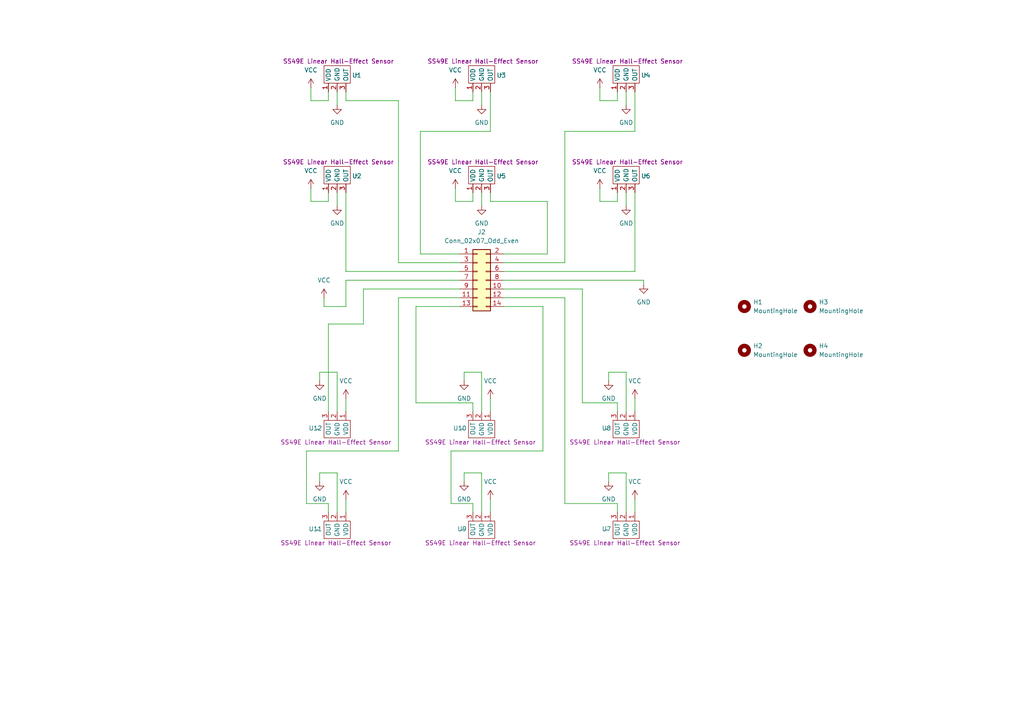
<source format=kicad_sch>
(kicad_sch (version 20250114) (generator "eeschema") (generator_version "9.0")
  (paper "A4")
  (lib_symbols
    (symbol "Connector_Generic:Conn_02x07_Odd_Even" (pin_names (offset 1.016) (hide yes))
      (property "Reference" "J" (at 1.27 10.16 0))
      (property "Value" "Conn_02x07_Odd_Even" (at 1.27 -10.16 0))
      (symbol "Conn_02x07_Odd_Even_1_1"
        (rectangle (start -1.27 8.89) (end 3.81 -8.89) (stroke (width 0.254)) (fill (type background)))
        (rectangle (start -1.27 7.747) (end 0 7.493) (stroke (width 0.1524)))
        (rectangle (start -1.27 5.207) (end 0 4.953) (stroke (width 0.1524)))
        (rectangle (start -1.27 2.667) (end 0 2.413) (stroke (width 0.1524)))
        (rectangle (start -1.27 0.127) (end 0 -0.127) (stroke (width 0.1524)))
        (rectangle (start -1.27 -2.413) (end 0 -2.667) (stroke (width 0.1524)))
        (rectangle (start -1.27 -4.953) (end 0 -5.207) (stroke (width 0.1524)))
        (rectangle (start -1.27 -7.493) (end 0 -7.747) (stroke (width 0.1524)))
        (rectangle (start 3.81 7.747) (end 2.54 7.493) (stroke (width 0.1524)))
        (rectangle (start 3.81 5.207) (end 2.54 4.953) (stroke (width 0.1524)))
        (rectangle (start 3.81 2.667) (end 2.54 2.413) (stroke (width 0.1524)))
        (rectangle (start 3.81 0.127) (end 2.54 -0.127) (stroke (width 0.1524)))
        (rectangle (start 3.81 -2.413) (end 2.54 -2.667) (stroke (width 0.1524)))
        (rectangle (start 3.81 -4.953) (end 2.54 -5.207) (stroke (width 0.1524)))
        (rectangle (start 3.81 -7.493) (end 2.54 -7.747) (stroke (width 0.1524)))
        (pin passive line (at -5.08 7.62 0) (length 3.81) (name "Pin_1") (number "1"))
        (pin passive line (at -5.08 5.08 0) (length 3.81) (name "Pin_3") (number "3"))
        (pin passive line (at -5.08 2.54 0) (length 3.81) (name "Pin_5") (number "5"))
        (pin passive line (at -5.08 0 0) (length 3.81) (name "Pin_7") (number "7"))
        (pin passive line (at -5.08 -2.54 0) (length 3.81) (name "Pin_9") (number "9"))
        (pin passive line (at -5.08 -5.08 0) (length 3.81) (name "Pin_11") (number "11"))
        (pin passive line (at -5.08 -7.62 0) (length 3.81) (name "Pin_13") (number "13"))
        (pin passive line (at 7.62 7.62 180) (length 3.81) (name "Pin_2") (number "2"))
        (pin passive line (at 7.62 5.08 180) (length 3.81) (name "Pin_4") (number "4"))
        (pin passive line (at 7.62 2.54 180) (length 3.81) (name "Pin_6") (number "6"))
        (pin passive line (at 7.62 0 180) (length 3.81) (name "Pin_8") (number "8"))
        (pin passive line (at 7.62 -2.54 180) (length 3.81) (name "Pin_10") (number "10"))
        (pin passive line (at 7.62 -5.08 180) (length 3.81) (name "Pin_12") (number "12"))
        (pin passive line (at 7.62 -7.62 180) (length 3.81) (name "Pin_14") (number "14"))
      )
    )
    (symbol "Logic Gate Symbols:Linear_Hall_Effect_Sensor"
      (property "Reference" "U" (at -5.842 -0.508 0))
      (property "Description" "SS49E Linear Hall-Effect Sensor" (at 0.254 3.556 0))
      (symbol "Linear_Hall_Effect_Sensor_0_1"
        (rectangle (start 3.81 -2.54) (end -3.81 2.54))
      )
      (symbol "Linear_Hall_Effect_Sensor_1_1"
        (pin input line (at -2.54 -5.08 90) (length 2.54) (name "VDD") (number "1"))
        (pin input line (at 0 -5.08 90) (length 2.54) (name "GND") (number "2"))
        (pin input line (at 2.54 -5.08 90) (length 2.54) (name "OUT") (number "3"))
      )
    )
    (symbol "Mechanical:MountingHole" (pin_names (offset 1.016)) (in_bom no)
      (property "Reference" "H" (at 0 5.08 0))
      (property "Value" "MountingHole" (at 0 3.175 0))
      (symbol "MountingHole_0_1"
        (circle (center 0 0) (radius 1.27) (stroke (width 1.27)))
      )
    )
    (symbol "power:GND" (power) (pin_numbers (hide yes)) (pin_names (offset 0) (hide yes))
      (property "Value" "GND" (at 0 -3.81 0))
      (symbol "GND_0_1"
        (polyline (pts (xy 0 0) (xy 0 -1.27) (xy 1.27 -1.27) (xy 0 -2.54) (xy -1.27 -1.27) (xy 0 -1.27)))
      )
      (symbol "GND_1_1"
        (pin power_in line (at 0 0 270) (length 0) (name "~") (number "1"))
      )
    )
    (symbol "power:VCC" (power) (pin_numbers (hide yes)) (pin_names (offset 0) (hide yes))
      (property "Value" "VCC" (at 0 3.556 0))
      (symbol "VCC_0_1"
        (polyline (pts (xy -0.762 1.27) (xy 0 2.54)))
        (polyline (pts (xy 0 2.54) (xy 0.762 1.27)))
        (polyline (pts (xy 0 0) (xy 0 2.54)))
      )
      (symbol "VCC_1_1"
        (pin power_in line (at 0 0 90) (length 0) (name "~") (number "1"))
      )
    )
  )
  (wire (pts (xy 92.71 107.95) (xy 97.79 107.95)))
  (wire (pts (xy 176.53 137.16) (xy 181.61 137.16)))
  (wire (pts (xy 157.48 130.81) (xy 130.81 130.81)))
  (wire (pts (xy 105.41 83.82) (xy 133.35 83.82)))
  (wire (pts (xy 132.08 54.61) (xy 132.08 58.42)))
  (wire (pts (xy 179.07 116.84) (xy 179.07 119.38)))
  (wire (pts (xy 157.48 130.81) (xy 157.48 88.9)))
  (wire (pts (xy 93.98 88.9) (xy 93.98 86.36)))
  (wire (pts (xy 181.61 137.16) (xy 181.61 148.59)))
  (wire (pts (xy 88.9 130.81) (xy 115.57 130.81)))
  (wire (pts (xy 132.08 25.4) (xy 132.08 29.21)))
  (wire (pts (xy 134.62 139.7) (xy 134.62 137.16)))
  (wire (pts (xy 181.61 107.95) (xy 181.61 119.38)))
  (wire (pts (xy 120.65 116.84) (xy 120.65 88.9)))
  (wire (pts (xy 179.07 29.21) (xy 179.07 26.67)))
  (wire (pts (xy 139.7 59.69) (xy 139.7 55.88)))
  (wire (pts (xy 163.83 76.2) (xy 146.05 76.2)))
  (wire (pts (xy 134.62 107.95) (xy 139.7 107.95)))
  (wire (pts (xy 173.99 54.61) (xy 173.99 58.42)))
  (wire (pts (xy 133.35 76.2) (xy 115.57 76.2)))
  (wire (pts (xy 88.9 146.05) (xy 95.25 146.05)))
  (wire (pts (xy 88.9 146.05) (xy 88.9 130.81)))
  (wire (pts (xy 132.08 58.42) (xy 137.16 58.42)))
  (wire (pts (xy 163.83 146.05) (xy 163.83 86.36)))
  (wire (pts (xy 184.15 55.88) (xy 184.15 78.74)))
  (wire (pts (xy 184.15 115.57) (xy 184.15 119.38)))
  (wire (pts (xy 130.81 130.81) (xy 130.81 146.05)))
  (wire (pts (xy 142.24 38.1) (xy 142.24 26.67)))
  (wire (pts (xy 142.24 115.57) (xy 142.24 119.38)))
  (wire (pts (xy 100.33 55.88) (xy 100.33 78.74)))
  (wire (pts (xy 134.62 110.49) (xy 134.62 107.95)))
  (wire (pts (xy 100.33 29.21) (xy 100.33 26.67)))
  (wire (pts (xy 184.15 26.67) (xy 184.15 38.1)))
  (wire (pts (xy 173.99 58.42) (xy 179.07 58.42)))
  (wire (pts (xy 173.99 29.21) (xy 179.07 29.21)))
  (wire (pts (xy 100.33 88.9) (xy 93.98 88.9)))
  (wire (pts (xy 142.24 144.78) (xy 142.24 148.59)))
  (wire (pts (xy 92.71 139.7) (xy 92.71 137.16)))
  (wire (pts (xy 97.79 30.48) (xy 97.79 26.67)))
  (wire (pts (xy 130.81 146.05) (xy 137.16 146.05)))
  (wire (pts (xy 186.69 81.28) (xy 146.05 81.28)))
  (wire (pts (xy 137.16 146.05) (xy 137.16 148.59)))
  (wire (pts (xy 95.25 93.98) (xy 105.41 93.98)))
  (wire (pts (xy 142.24 58.42) (xy 158.75 58.42)))
  (wire (pts (xy 168.91 83.82) (xy 146.05 83.82)))
  (wire (pts (xy 137.16 58.42) (xy 137.16 55.88)))
  (wire (pts (xy 137.16 29.21) (xy 137.16 26.67)))
  (wire (pts (xy 105.41 93.98) (xy 105.41 83.82)))
  (wire (pts (xy 163.83 86.36) (xy 146.05 86.36)))
  (wire (pts (xy 95.25 29.21) (xy 95.25 26.67)))
  (wire (pts (xy 121.92 73.66) (xy 121.92 38.1)))
  (wire (pts (xy 133.35 81.28) (xy 100.33 81.28)))
  (wire (pts (xy 100.33 144.78) (xy 100.33 148.59)))
  (wire (pts (xy 90.17 29.21) (xy 95.25 29.21)))
  (wire (pts (xy 97.79 137.16) (xy 97.79 148.59)))
  (wire (pts (xy 139.7 30.48) (xy 139.7 26.67)))
  (wire (pts (xy 121.92 38.1) (xy 142.24 38.1)))
  (wire (pts (xy 115.57 76.2) (xy 115.57 29.21)))
  (wire (pts (xy 90.17 58.42) (xy 95.25 58.42)))
  (wire (pts (xy 133.35 73.66) (xy 121.92 73.66)))
  (wire (pts (xy 137.16 116.84) (xy 120.65 116.84)))
  (wire (pts (xy 92.71 110.49) (xy 92.71 107.95)))
  (wire (pts (xy 92.71 137.16) (xy 97.79 137.16)))
  (wire (pts (xy 95.25 58.42) (xy 95.25 55.88)))
  (wire (pts (xy 95.25 146.05) (xy 95.25 148.59)))
  (wire (pts (xy 137.16 119.38) (xy 137.16 116.84)))
  (wire (pts (xy 90.17 54.61) (xy 90.17 58.42)))
  (wire (pts (xy 158.75 73.66) (xy 146.05 73.66)))
  (wire (pts (xy 184.15 144.78) (xy 184.15 148.59)))
  (wire (pts (xy 179.07 146.05) (xy 179.07 148.59)))
  (wire (pts (xy 157.48 88.9) (xy 146.05 88.9)))
  (wire (pts (xy 181.61 30.48) (xy 181.61 26.67)))
  (wire (pts (xy 179.07 58.42) (xy 179.07 55.88)))
  (wire (pts (xy 158.75 58.42) (xy 158.75 73.66)))
  (wire (pts (xy 115.57 86.36) (xy 133.35 86.36)))
  (wire (pts (xy 186.69 82.55) (xy 186.69 81.28)))
  (wire (pts (xy 100.33 115.57) (xy 100.33 119.38)))
  (wire (pts (xy 173.99 25.4) (xy 173.99 29.21)))
  (wire (pts (xy 181.61 59.69) (xy 181.61 55.88)))
  (wire (pts (xy 139.7 107.95) (xy 139.7 119.38)))
  (wire (pts (xy 176.53 107.95) (xy 181.61 107.95)))
  (wire (pts (xy 176.53 139.7) (xy 176.53 137.16)))
  (wire (pts (xy 184.15 78.74) (xy 146.05 78.74)))
  (wire (pts (xy 115.57 29.21) (xy 100.33 29.21)))
  (wire (pts (xy 176.53 110.49) (xy 176.53 107.95)))
  (wire (pts (xy 90.17 25.4) (xy 90.17 29.21)))
  (wire (pts (xy 120.65 88.9) (xy 133.35 88.9)))
  (wire (pts (xy 115.57 130.81) (xy 115.57 86.36)))
  (wire (pts (xy 142.24 55.88) (xy 142.24 58.42)))
  (wire (pts (xy 100.33 81.28) (xy 100.33 88.9)))
  (wire (pts (xy 163.83 146.05) (xy 179.07 146.05)))
  (wire (pts (xy 168.91 116.84) (xy 168.91 83.82)))
  (wire (pts (xy 100.33 78.74) (xy 133.35 78.74)))
  (wire (pts (xy 132.08 29.21) (xy 137.16 29.21)))
  (wire (pts (xy 184.15 38.1) (xy 163.83 38.1)))
  (wire (pts (xy 163.83 38.1) (xy 163.83 76.2)))
  (wire (pts (xy 139.7 137.16) (xy 139.7 148.59)))
  (wire (pts (xy 168.91 116.84) (xy 179.07 116.84)))
  (wire (pts (xy 134.62 137.16) (xy 139.7 137.16)))
  (wire (pts (xy 97.79 59.69) (xy 97.79 55.88)))
  (wire (pts (xy 95.25 119.38) (xy 95.25 93.98)))
  (wire (pts (xy 97.79 107.95) (xy 97.79 119.38)))
  (symbol (lib_id "Logic Gate Symbols:Linear_Hall_Effect_Sensor") (at 181.61 50.8 0) (unit 1)
    (property "Reference" "U6" (at 185.928 51.054 0) (effects (justify left)))
    (property "Value" "~" (at 186.69 50.8 0) (effects (justify left)))
    (property "Footprint" "Logic Board Footprints:Linear Hall Effect Sensor SS49E" (effects (hide yes)))
    (property "Datasheet" "https://uc91381c3f3129ba0fabff32497f.dl.dropboxusercontent.com/cd/0/inline2/Crkrt_J2gHvRIbNUkCCbrtviP03OYfy4hp6psAkjwI3ArpseT23NXvglgOoEGZsEzH91FuRDR7x_WUHC8IvfPOmqYlsIbF3VOsEMD4OB0wtLfV1F7Z-lUu8kXxdE4K6nT9B3j1FziYycLO8p3hnAFl5IpohnpRiInt945i-hl2UYBh_s7oENjeaKQ96_NJcrk2h7IVNQhXAlL3Pyt89lrlaBVRJh0pi2Xq1SOyxR0W9gfvvoVGF2LUlwEm34AgMHAUa0OTBB7NEouQbOfvYg-_M700AHgt3U13Jfahqq_kweS55q7CP_MQi5__Ie4yVHYNAqLx693DVcoYDF7EZLd9gO6MryuryBLPviIH80ee948A/file" (effects (hide yes)))
    (property "Description" "SS49E Linear Hall-Effect Sensor" (at 165.862 46.99 0) (effects (justify left)))
  )
  (symbol (lib_id "power:GND") (at 139.7 59.69 0) (unit 1)
    (property "Reference" "#PWR011" (effects (hide yes)))
    (property "Value" "GND" (at 139.7 64.77 0))
    (property "Description" "Power symbol creates a global label with name \"GND\" , ground" (effects (hide yes)))
  )
  (symbol (lib_id "power:GND") (at 186.69 82.55 0) (unit 1)
    (property "Reference" "#PWR013" (effects (hide yes)))
    (property "Value" "GND" (at 186.69 87.63 0))
    (property "Description" "Power symbol creates a global label with name \"GND\" , ground" (effects (hide yes)))
  )
  (symbol (lib_id "power:VCC") (at 142.24 144.78 0) (unit 1)
    (property "Reference" "#PWR024" (effects (hide yes)))
    (property "Value" "VCC" (at 142.24 139.7 0))
    (property "Description" "Power symbol creates a global label with name \"VCC\"" (effects (hide yes)))
  )
  (symbol (lib_id "power:GND") (at 92.71 139.7 0) (unit 1)
    (property "Reference" "#PWR025" (effects (hide yes)))
    (property "Value" "GND" (at 92.71 144.78 0))
    (property "Description" "Power symbol creates a global label with name \"GND\" , ground" (effects (hide yes)))
  )
  (symbol (lib_id "power:VCC") (at 90.17 25.4 0) (unit 1)
    (property "Reference" "#PWR01" (effects (hide yes)))
    (property "Value" "VCC" (at 90.17 20.32 0))
    (property "Description" "Power symbol creates a global label with name \"VCC\"" (effects (hide yes)))
  )
  (symbol (lib_id "Logic Gate Symbols:Linear_Hall_Effect_Sensor") (at 181.61 153.67 180) (unit 1)
    (property "Reference" "U7" (at 177.292 153.416 0) (effects (justify left)))
    (property "Value" "~" (at 176.53 153.67 0) (effects (justify left)))
    (property "Footprint" "Logic Board Footprints:Linear Hall Effect Sensor SS49E" (effects (hide yes)))
    (property "Datasheet" "https://uc91381c3f3129ba0fabff32497f.dl.dropboxusercontent.com/cd/0/inline2/Crkrt_J2gHvRIbNUkCCbrtviP03OYfy4hp6psAkjwI3ArpseT23NXvglgOoEGZsEzH91FuRDR7x_WUHC8IvfPOmqYlsIbF3VOsEMD4OB0wtLfV1F7Z-lUu8kXxdE4K6nT9B3j1FziYycLO8p3hnAFl5IpohnpRiInt945i-hl2UYBh_s7oENjeaKQ96_NJcrk2h7IVNQhXAlL3Pyt89lrlaBVRJh0pi2Xq1SOyxR0W9gfvvoVGF2LUlwEm34AgMHAUa0OTBB7NEouQbOfvYg-_M700AHgt3U13Jfahqq_kweS55q7CP_MQi5__Ie4yVHYNAqLx693DVcoYDF7EZLd9gO6MryuryBLPviIH80ee948A/file" (effects (hide yes)))
    (property "Description" "SS49E Linear Hall-Effect Sensor" (at 197.358 157.48 0) (effects (justify left)))
  )
  (symbol (lib_id "power:GND") (at 176.53 139.7 0) (unit 1)
    (property "Reference" "#PWR017" (effects (hide yes)))
    (property "Value" "GND" (at 176.53 144.78 0))
    (property "Description" "Power symbol creates a global label with name \"GND\" , ground" (effects (hide yes)))
  )
  (symbol (lib_id "Mechanical:MountingHole") (at 215.9 101.6 0) (unit 1) (in_bom no)
    (property "Reference" "H2" (at 218.44 100.3299 0) (effects (justify left)))
    (property "Value" "MountingHole" (at 218.44 102.8699 0) (effects (justify left)))
    (property "Footprint" "MountingHole:MountingHole_3.2mm_M3" (effects (hide yes)))
    (property "Description" "Mounting Hole without connection" (effects (hide yes)))
  )
  (symbol (lib_id "power:VCC") (at 142.24 115.57 0) (unit 1)
    (property "Reference" "#PWR020" (effects (hide yes)))
    (property "Value" "VCC" (at 142.24 110.49 0))
    (property "Description" "Power symbol creates a global label with name \"VCC\"" (effects (hide yes)))
  )
  (symbol (lib_id "Logic Gate Symbols:Linear_Hall_Effect_Sensor") (at 139.7 124.46 180) (unit 1)
    (property "Reference" "U10" (at 135.382 124.206 0) (effects (justify left)))
    (property "Value" "~" (at 134.62 124.46 0) (effects (justify left)))
    (property "Footprint" "Logic Board Footprints:Linear Hall Effect Sensor SS49E" (effects (hide yes)))
    (property "Datasheet" "https://uc91381c3f3129ba0fabff32497f.dl.dropboxusercontent.com/cd/0/inline2/Crkrt_J2gHvRIbNUkCCbrtviP03OYfy4hp6psAkjwI3ArpseT23NXvglgOoEGZsEzH91FuRDR7x_WUHC8IvfPOmqYlsIbF3VOsEMD4OB0wtLfV1F7Z-lUu8kXxdE4K6nT9B3j1FziYycLO8p3hnAFl5IpohnpRiInt945i-hl2UYBh_s7oENjeaKQ96_NJcrk2h7IVNQhXAlL3Pyt89lrlaBVRJh0pi2Xq1SOyxR0W9gfvvoVGF2LUlwEm34AgMHAUa0OTBB7NEouQbOfvYg-_M700AHgt3U13Jfahqq_kweS55q7CP_MQi5__Ie4yVHYNAqLx693DVcoYDF7EZLd9gO6MryuryBLPviIH80ee948A/file" (effects (hide yes)))
    (property "Description" "SS49E Linear Hall-Effect Sensor" (at 155.448 128.27 0) (effects (justify left)))
  )
  (symbol (lib_id "Connector_Generic:Conn_02x07_Odd_Even") (at 138.43 81.28 0) (unit 1)
    (property "Reference" "J2" (at 139.7 67.31 0))
    (property "Value" "Conn_02x07_Odd_Even" (at 139.7 69.85 0))
    (property "Footprint" "Connector_IDC:IDC-Header_2x07_P2.54mm_Vertical" (effects (hide yes)))
    (property "Description" "Generic connector, double row, 02x07, odd/even pin numbering scheme (row 1 odd numbers, row 2 even numbers), script generated (kicad-library-utils/schlib/autogen/connector/)" (effects (hide yes)))
  )
  (symbol (lib_id "power:VCC") (at 173.99 25.4 0) (unit 1)
    (property "Reference" "#PWR03" (effects (hide yes)))
    (property "Value" "VCC" (at 173.99 20.32 0))
    (property "Description" "Power symbol creates a global label with name \"VCC\"" (effects (hide yes)))
  )
  (symbol (lib_id "power:GND") (at 181.61 30.48 0) (unit 1)
    (property "Reference" "#PWR09" (effects (hide yes)))
    (property "Value" "GND" (at 181.61 35.56 0))
    (property "Description" "Power symbol creates a global label with name \"GND\" , ground" (effects (hide yes)))
  )
  (symbol (lib_id "Logic Gate Symbols:Linear_Hall_Effect_Sensor") (at 139.7 153.67 180) (unit 1)
    (property "Reference" "U9" (at 135.382 153.416 0) (effects (justify left)))
    (property "Value" "~" (at 134.62 153.67 0) (effects (justify left)))
    (property "Footprint" "Logic Board Footprints:Linear Hall Effect Sensor SS49E" (effects (hide yes)))
    (property "Datasheet" "https://uc91381c3f3129ba0fabff32497f.dl.dropboxusercontent.com/cd/0/inline2/Crkrt_J2gHvRIbNUkCCbrtviP03OYfy4hp6psAkjwI3ArpseT23NXvglgOoEGZsEzH91FuRDR7x_WUHC8IvfPOmqYlsIbF3VOsEMD4OB0wtLfV1F7Z-lUu8kXxdE4K6nT9B3j1FziYycLO8p3hnAFl5IpohnpRiInt945i-hl2UYBh_s7oENjeaKQ96_NJcrk2h7IVNQhXAlL3Pyt89lrlaBVRJh0pi2Xq1SOyxR0W9gfvvoVGF2LUlwEm34AgMHAUa0OTBB7NEouQbOfvYg-_M700AHgt3U13Jfahqq_kweS55q7CP_MQi5__Ie4yVHYNAqLx693DVcoYDF7EZLd9gO6MryuryBLPviIH80ee948A/file" (effects (hide yes)))
    (property "Description" "SS49E Linear Hall-Effect Sensor" (at 155.448 157.48 0) (effects (justify left)))
  )
  (symbol (lib_id "power:VCC") (at 100.33 115.57 0) (unit 1)
    (property "Reference" "#PWR016" (effects (hide yes)))
    (property "Value" "VCC" (at 100.33 110.49 0))
    (property "Description" "Power symbol creates a global label with name \"VCC\"" (effects (hide yes)))
  )
  (symbol (lib_id "Logic Gate Symbols:Linear_Hall_Effect_Sensor") (at 97.79 50.8 0) (unit 1)
    (property "Reference" "U2" (at 102.108 51.054 0) (effects (justify left)))
    (property "Value" "~" (at 102.87 50.8 0) (effects (justify left)))
    (property "Footprint" "Logic Board Footprints:Linear Hall Effect Sensor SS49E" (effects (hide yes)))
    (property "Datasheet" "https://uc91381c3f3129ba0fabff32497f.dl.dropboxusercontent.com/cd/0/inline2/Crkrt_J2gHvRIbNUkCCbrtviP03OYfy4hp6psAkjwI3ArpseT23NXvglgOoEGZsEzH91FuRDR7x_WUHC8IvfPOmqYlsIbF3VOsEMD4OB0wtLfV1F7Z-lUu8kXxdE4K6nT9B3j1FziYycLO8p3hnAFl5IpohnpRiInt945i-hl2UYBh_s7oENjeaKQ96_NJcrk2h7IVNQhXAlL3Pyt89lrlaBVRJh0pi2Xq1SOyxR0W9gfvvoVGF2LUlwEm34AgMHAUa0OTBB7NEouQbOfvYg-_M700AHgt3U13Jfahqq_kweS55q7CP_MQi5__Ie4yVHYNAqLx693DVcoYDF7EZLd9gO6MryuryBLPviIH80ee948A/file" (effects (hide yes)))
    (property "Description" "SS49E Linear Hall-Effect Sensor" (at 82.042 46.99 0) (effects (justify left)))
  )
  (symbol (lib_id "power:VCC") (at 184.15 115.57 0) (unit 1)
    (property "Reference" "#PWR021" (effects (hide yes)))
    (property "Value" "VCC" (at 184.15 110.49 0))
    (property "Description" "Power symbol creates a global label with name \"VCC\"" (effects (hide yes)))
  )
  (symbol (lib_id "Logic Gate Symbols:Linear_Hall_Effect_Sensor") (at 181.61 124.46 180) (unit 1)
    (property "Reference" "U8" (at 177.292 124.206 0) (effects (justify left)))
    (property "Value" "~" (at 176.53 124.46 0) (effects (justify left)))
    (property "Footprint" "Logic Board Footprints:Linear Hall Effect Sensor SS49E" (effects (hide yes)))
    (property "Datasheet" "https://uc91381c3f3129ba0fabff32497f.dl.dropboxusercontent.com/cd/0/inline2/Crkrt_J2gHvRIbNUkCCbrtviP03OYfy4hp6psAkjwI3ArpseT23NXvglgOoEGZsEzH91FuRDR7x_WUHC8IvfPOmqYlsIbF3VOsEMD4OB0wtLfV1F7Z-lUu8kXxdE4K6nT9B3j1FziYycLO8p3hnAFl5IpohnpRiInt945i-hl2UYBh_s7oENjeaKQ96_NJcrk2h7IVNQhXAlL3Pyt89lrlaBVRJh0pi2Xq1SOyxR0W9gfvvoVGF2LUlwEm34AgMHAUa0OTBB7NEouQbOfvYg-_M700AHgt3U13Jfahqq_kweS55q7CP_MQi5__Ie4yVHYNAqLx693DVcoYDF7EZLd9gO6MryuryBLPviIH80ee948A/file" (effects (hide yes)))
    (property "Description" "SS49E Linear Hall-Effect Sensor" (at 197.358 128.27 0) (effects (justify left)))
  )
  (symbol (lib_id "Mechanical:MountingHole") (at 234.95 101.6 0) (unit 1) (in_bom no)
    (property "Reference" "H4" (at 237.49 100.3299 0) (effects (justify left)))
    (property "Value" "MountingHole" (at 237.49 102.8699 0) (effects (justify left)))
    (property "Footprint" "MountingHole:MountingHole_3.2mm_M3" (effects (hide yes)))
    (property "Description" "Mounting Hole without connection" (effects (hide yes)))
  )
  (symbol (lib_id "power:GND") (at 134.62 110.49 0) (unit 1)
    (property "Reference" "#PWR022" (effects (hide yes)))
    (property "Value" "GND" (at 134.62 115.57 0))
    (property "Description" "Power symbol creates a global label with name \"GND\" , ground" (effects (hide yes)))
  )
  (symbol (lib_id "Logic Gate Symbols:Linear_Hall_Effect_Sensor") (at 97.79 124.46 180) (unit 1)
    (property "Reference" "U12" (at 93.472 124.206 0) (effects (justify left)))
    (property "Value" "~" (at 92.71 124.46 0) (effects (justify left)))
    (property "Footprint" "Logic Board Footprints:Linear Hall Effect Sensor SS49E" (effects (hide yes)))
    (property "Datasheet" "https://uc91381c3f3129ba0fabff32497f.dl.dropboxusercontent.com/cd/0/inline2/Crkrt_J2gHvRIbNUkCCbrtviP03OYfy4hp6psAkjwI3ArpseT23NXvglgOoEGZsEzH91FuRDR7x_WUHC8IvfPOmqYlsIbF3VOsEMD4OB0wtLfV1F7Z-lUu8kXxdE4K6nT9B3j1FziYycLO8p3hnAFl5IpohnpRiInt945i-hl2UYBh_s7oENjeaKQ96_NJcrk2h7IVNQhXAlL3Pyt89lrlaBVRJh0pi2Xq1SOyxR0W9gfvvoVGF2LUlwEm34AgMHAUa0OTBB7NEouQbOfvYg-_M700AHgt3U13Jfahqq_kweS55q7CP_MQi5__Ie4yVHYNAqLx693DVcoYDF7EZLd9gO6MryuryBLPviIH80ee948A/file" (effects (hide yes)))
    (property "Description" "SS49E Linear Hall-Effect Sensor" (at 113.538 128.27 0) (effects (justify left)))
  )
  (symbol (lib_id "power:VCC") (at 132.08 54.61 0) (unit 1)
    (property "Reference" "#PWR05" (effects (hide yes)))
    (property "Value" "VCC" (at 132.08 49.53 0))
    (property "Description" "Power symbol creates a global label with name \"VCC\"" (effects (hide yes)))
  )
  (symbol (lib_id "Logic Gate Symbols:Linear_Hall_Effect_Sensor") (at 97.79 153.67 180) (unit 1)
    (property "Reference" "U11" (at 93.472 153.416 0) (effects (justify left)))
    (property "Value" "~" (at 92.71 153.67 0) (effects (justify left)))
    (property "Footprint" "Logic Board Footprints:Linear Hall Effect Sensor SS49E" (effects (hide yes)))
    (property "Datasheet" "https://uc91381c3f3129ba0fabff32497f.dl.dropboxusercontent.com/cd/0/inline2/Crkrt_J2gHvRIbNUkCCbrtviP03OYfy4hp6psAkjwI3ArpseT23NXvglgOoEGZsEzH91FuRDR7x_WUHC8IvfPOmqYlsIbF3VOsEMD4OB0wtLfV1F7Z-lUu8kXxdE4K6nT9B3j1FziYycLO8p3hnAFl5IpohnpRiInt945i-hl2UYBh_s7oENjeaKQ96_NJcrk2h7IVNQhXAlL3Pyt89lrlaBVRJh0pi2Xq1SOyxR0W9gfvvoVGF2LUlwEm34AgMHAUa0OTBB7NEouQbOfvYg-_M700AHgt3U13Jfahqq_kweS55q7CP_MQi5__Ie4yVHYNAqLx693DVcoYDF7EZLd9gO6MryuryBLPviIH80ee948A/file" (effects (hide yes)))
    (property "Description" "SS49E Linear Hall-Effect Sensor" (at 113.538 157.48 0) (effects (justify left)))
  )
  (symbol (lib_id "power:GND") (at 176.53 110.49 0) (unit 1)
    (property "Reference" "#PWR019" (effects (hide yes)))
    (property "Value" "GND" (at 176.53 115.57 0))
    (property "Description" "Power symbol creates a global label with name \"GND\" , ground" (effects (hide yes)))
  )
  (symbol (lib_id "power:GND") (at 97.79 59.69 0) (unit 1)
    (property "Reference" "#PWR010" (effects (hide yes)))
    (property "Value" "GND" (at 97.79 64.77 0))
    (property "Description" "Power symbol creates a global label with name \"GND\" , ground" (effects (hide yes)))
  )
  (symbol (lib_id "Logic Gate Symbols:Linear_Hall_Effect_Sensor") (at 97.79 21.59 0) (unit 1)
    (property "Reference" "U1" (at 102.108 21.844 0) (effects (justify left)))
    (property "Value" "~" (at 102.87 21.59 0) (effects (justify left)))
    (property "Footprint" "Logic Board Footprints:Linear Hall Effect Sensor SS49E" (effects (hide yes)))
    (property "Datasheet" "https://uc91381c3f3129ba0fabff32497f.dl.dropboxusercontent.com/cd/0/inline2/Crkrt_J2gHvRIbNUkCCbrtviP03OYfy4hp6psAkjwI3ArpseT23NXvglgOoEGZsEzH91FuRDR7x_WUHC8IvfPOmqYlsIbF3VOsEMD4OB0wtLfV1F7Z-lUu8kXxdE4K6nT9B3j1FziYycLO8p3hnAFl5IpohnpRiInt945i-hl2UYBh_s7oENjeaKQ96_NJcrk2h7IVNQhXAlL3Pyt89lrlaBVRJh0pi2Xq1SOyxR0W9gfvvoVGF2LUlwEm34AgMHAUa0OTBB7NEouQbOfvYg-_M700AHgt3U13Jfahqq_kweS55q7CP_MQi5__Ie4yVHYNAqLx693DVcoYDF7EZLd9gO6MryuryBLPviIH80ee948A/file" (effects (hide yes)))
    (property "Description" "SS49E Linear Hall-Effect Sensor" (at 82.042 17.78 0) (effects (justify left)))
  )
  (symbol (lib_id "power:VCC") (at 90.17 54.61 0) (unit 1)
    (property "Reference" "#PWR04" (effects (hide yes)))
    (property "Value" "VCC" (at 90.17 49.53 0))
    (property "Description" "Power symbol creates a global label with name \"VCC\"" (effects (hide yes)))
  )
  (symbol (lib_id "Logic Gate Symbols:Linear_Hall_Effect_Sensor") (at 139.7 21.59 0) (unit 1)
    (property "Reference" "U3" (at 144.018 21.844 0) (effects (justify left)))
    (property "Value" "~" (at 144.78 21.59 0) (effects (justify left)))
    (property "Footprint" "Logic Board Footprints:Linear Hall Effect Sensor SS49E" (effects (hide yes)))
    (property "Datasheet" "https://uc91381c3f3129ba0fabff32497f.dl.dropboxusercontent.com/cd/0/inline2/Crkrt_J2gHvRIbNUkCCbrtviP03OYfy4hp6psAkjwI3ArpseT23NXvglgOoEGZsEzH91FuRDR7x_WUHC8IvfPOmqYlsIbF3VOsEMD4OB0wtLfV1F7Z-lUu8kXxdE4K6nT9B3j1FziYycLO8p3hnAFl5IpohnpRiInt945i-hl2UYBh_s7oENjeaKQ96_NJcrk2h7IVNQhXAlL3Pyt89lrlaBVRJh0pi2Xq1SOyxR0W9gfvvoVGF2LUlwEm34AgMHAUa0OTBB7NEouQbOfvYg-_M700AHgt3U13Jfahqq_kweS55q7CP_MQi5__Ie4yVHYNAqLx693DVcoYDF7EZLd9gO6MryuryBLPviIH80ee948A/file" (effects (hide yes)))
    (property "Description" "SS49E Linear Hall-Effect Sensor" (at 123.952 17.78 0) (effects (justify left)))
  )
  (symbol (lib_id "Mechanical:MountingHole") (at 215.9 88.9 0) (unit 1) (in_bom no)
    (property "Reference" "H1" (at 218.44 87.6299 0) (effects (justify left)))
    (property "Value" "MountingHole" (at 218.44 90.1699 0) (effects (justify left)))
    (property "Footprint" "MountingHole:MountingHole_3.2mm_M3" (effects (hide yes)))
    (property "Description" "Mounting Hole without connection" (effects (hide yes)))
  )
  (symbol (lib_id "Logic Gate Symbols:Linear_Hall_Effect_Sensor") (at 139.7 50.8 0) (unit 1)
    (property "Reference" "U5" (at 144.018 51.054 0) (effects (justify left)))
    (property "Value" "~" (at 144.78 50.8 0) (effects (justify left)))
    (property "Footprint" "Logic Board Footprints:Linear Hall Effect Sensor SS49E" (effects (hide yes)))
    (property "Datasheet" "https://uc91381c3f3129ba0fabff32497f.dl.dropboxusercontent.com/cd/0/inline2/Crkrt_J2gHvRIbNUkCCbrtviP03OYfy4hp6psAkjwI3ArpseT23NXvglgOoEGZsEzH91FuRDR7x_WUHC8IvfPOmqYlsIbF3VOsEMD4OB0wtLfV1F7Z-lUu8kXxdE4K6nT9B3j1FziYycLO8p3hnAFl5IpohnpRiInt945i-hl2UYBh_s7oENjeaKQ96_NJcrk2h7IVNQhXAlL3Pyt89lrlaBVRJh0pi2Xq1SOyxR0W9gfvvoVGF2LUlwEm34AgMHAUa0OTBB7NEouQbOfvYg-_M700AHgt3U13Jfahqq_kweS55q7CP_MQi5__Ie4yVHYNAqLx693DVcoYDF7EZLd9gO6MryuryBLPviIH80ee948A/file" (effects (hide yes)))
    (property "Description" "SS49E Linear Hall-Effect Sensor" (at 123.952 46.99 0) (effects (justify left)))
  )
  (symbol (lib_id "power:GND") (at 181.61 59.69 0) (unit 1)
    (property "Reference" "#PWR012" (effects (hide yes)))
    (property "Value" "GND" (at 181.61 64.77 0))
    (property "Description" "Power symbol creates a global label with name \"GND\" , ground" (effects (hide yes)))
  )
  (symbol (lib_id "Mechanical:MountingHole") (at 234.95 88.9 0) (unit 1) (in_bom no)
    (property "Reference" "H3" (at 237.49 87.6299 0) (effects (justify left)))
    (property "Value" "MountingHole" (at 237.49 90.1699 0) (effects (justify left)))
    (property "Footprint" "MountingHole:MountingHole_3.2mm_M3" (effects (hide yes)))
    (property "Description" "Mounting Hole without connection" (effects (hide yes)))
  )
  (symbol (lib_id "power:GND") (at 97.79 30.48 0) (unit 1)
    (property "Reference" "#PWR07" (effects (hide yes)))
    (property "Value" "GND" (at 97.79 35.56 0))
    (property "Description" "Power symbol creates a global label with name \"GND\" , ground" (effects (hide yes)))
  )
  (symbol (lib_id "power:GND") (at 139.7 30.48 0) (unit 1)
    (property "Reference" "#PWR08" (effects (hide yes)))
    (property "Value" "GND" (at 139.7 35.56 0))
    (property "Description" "Power symbol creates a global label with name \"GND\" , ground" (effects (hide yes)))
  )
  (symbol (lib_id "power:VCC") (at 173.99 54.61 0) (unit 1)
    (property "Reference" "#PWR06" (effects (hide yes)))
    (property "Value" "VCC" (at 173.99 49.53 0))
    (property "Description" "Power symbol creates a global label with name \"VCC\"" (effects (hide yes)))
  )
  (symbol (lib_id "power:VCC") (at 93.98 86.36 0) (unit 1)
    (property "Reference" "#PWR014" (effects (hide yes)))
    (property "Value" "VCC" (at 93.98 81.28 0))
    (property "Description" "Power symbol creates a global label with name \"VCC\"" (effects (hide yes)))
  )
  (symbol (lib_id "power:GND") (at 92.71 110.49 0) (unit 1)
    (property "Reference" "#PWR015" (effects (hide yes)))
    (property "Value" "GND" (at 92.71 115.57 0))
    (property "Description" "Power symbol creates a global label with name \"GND\" , ground" (effects (hide yes)))
  )
  (symbol (lib_id "Logic Gate Symbols:Linear_Hall_Effect_Sensor") (at 181.61 21.59 0) (unit 1)
    (property "Reference" "U4" (at 185.928 21.844 0) (effects (justify left)))
    (property "Value" "~" (at 186.69 21.59 0) (effects (justify left)))
    (property "Footprint" "Logic Board Footprints:Linear Hall Effect Sensor SS49E" (effects (hide yes)))
    (property "Datasheet" "https://uc91381c3f3129ba0fabff32497f.dl.dropboxusercontent.com/cd/0/inline2/Crkrt_J2gHvRIbNUkCCbrtviP03OYfy4hp6psAkjwI3ArpseT23NXvglgOoEGZsEzH91FuRDR7x_WUHC8IvfPOmqYlsIbF3VOsEMD4OB0wtLfV1F7Z-lUu8kXxdE4K6nT9B3j1FziYycLO8p3hnAFl5IpohnpRiInt945i-hl2UYBh_s7oENjeaKQ96_NJcrk2h7IVNQhXAlL3Pyt89lrlaBVRJh0pi2Xq1SOyxR0W9gfvvoVGF2LUlwEm34AgMHAUa0OTBB7NEouQbOfvYg-_M700AHgt3U13Jfahqq_kweS55q7CP_MQi5__Ie4yVHYNAqLx693DVcoYDF7EZLd9gO6MryuryBLPviIH80ee948A/file" (effects (hide yes)))
    (property "Description" "SS49E Linear Hall-Effect Sensor" (at 165.862 17.78 0) (effects (justify left)))
  )
  (symbol (lib_id "power:VCC") (at 184.15 144.78 0) (unit 1)
    (property "Reference" "#PWR018" (effects (hide yes)))
    (property "Value" "VCC" (at 184.15 139.7 0))
    (property "Description" "Power symbol creates a global label with name \"VCC\"" (effects (hide yes)))
  )
  (symbol (lib_id "power:GND") (at 134.62 139.7 0) (unit 1)
    (property "Reference" "#PWR023" (effects (hide yes)))
    (property "Value" "GND" (at 134.62 144.78 0))
    (property "Description" "Power symbol creates a global label with name \"GND\" , ground" (effects (hide yes)))
  )
  (symbol (lib_id "power:VCC") (at 100.33 144.78 0) (unit 1)
    (property "Reference" "#PWR026" (effects (hide yes)))
    (property "Value" "VCC" (at 100.33 139.7 0))
    (property "Description" "Power symbol creates a global label with name \"VCC\"" (effects (hide yes)))
  )
  (symbol (lib_id "power:VCC") (at 132.08 25.4 0) (unit 1)
    (property "Reference" "#PWR02" (effects (hide yes)))
    (property "Value" "VCC" (at 132.08 20.32 0))
    (property "Description" "Power symbol creates a global label with name \"VCC\"" (effects (hide yes)))
  )
)
</source>
